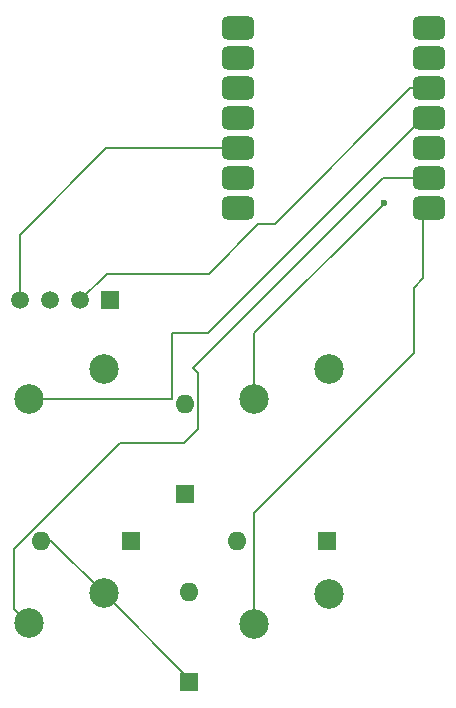
<source format=gbr>
%TF.GenerationSoftware,KiCad,Pcbnew,9.0.7*%
%TF.CreationDate,2026-02-13T21:46:16+05:30*%
%TF.ProjectId,laya's macropad,6c617961-2773-4206-9d61-63726f706164,rev?*%
%TF.SameCoordinates,Original*%
%TF.FileFunction,Copper,L1,Top*%
%TF.FilePolarity,Positive*%
%FSLAX46Y46*%
G04 Gerber Fmt 4.6, Leading zero omitted, Abs format (unit mm)*
G04 Created by KiCad (PCBNEW 9.0.7) date 2026-02-13 21:46:16*
%MOMM*%
%LPD*%
G01*
G04 APERTURE LIST*
G04 Aperture macros list*
%AMRoundRect*
0 Rectangle with rounded corners*
0 $1 Rounding radius*
0 $2 $3 $4 $5 $6 $7 $8 $9 X,Y pos of 4 corners*
0 Add a 4 corners polygon primitive as box body*
4,1,4,$2,$3,$4,$5,$6,$7,$8,$9,$2,$3,0*
0 Add four circle primitives for the rounded corners*
1,1,$1+$1,$2,$3*
1,1,$1+$1,$4,$5*
1,1,$1+$1,$6,$7*
1,1,$1+$1,$8,$9*
0 Add four rect primitives between the rounded corners*
20,1,$1+$1,$2,$3,$4,$5,0*
20,1,$1+$1,$4,$5,$6,$7,0*
20,1,$1+$1,$6,$7,$8,$9,0*
20,1,$1+$1,$8,$9,$2,$3,0*%
G04 Aperture macros list end*
%TA.AperFunction,ComponentPad*%
%ADD10C,2.500000*%
%TD*%
%TA.AperFunction,SMDPad,CuDef*%
%ADD11RoundRect,0.500000X-0.875000X-0.500000X0.875000X-0.500000X0.875000X0.500000X-0.875000X0.500000X0*%
%TD*%
%TA.AperFunction,ComponentPad*%
%ADD12R,1.600000X1.600000*%
%TD*%
%TA.AperFunction,ComponentPad*%
%ADD13C,1.600000*%
%TD*%
%TA.AperFunction,ComponentPad*%
%ADD14R,1.508000X1.508000*%
%TD*%
%TA.AperFunction,ComponentPad*%
%ADD15C,1.508000*%
%TD*%
%TA.AperFunction,ComponentPad*%
%ADD16O,1.600000X1.600000*%
%TD*%
%TA.AperFunction,ViaPad*%
%ADD17C,0.600000*%
%TD*%
%TA.AperFunction,Conductor*%
%ADD18C,0.200000*%
%TD*%
G04 APERTURE END LIST*
D10*
%TO.P,S4,1,1*%
%TO.N,Net-(U2-PB09_A7_D7_RX)*%
X144490000Y-105140000D03*
%TO.P,S4,2,2*%
%TO.N,Net-(D3-K)*%
X150840000Y-102600000D03*
%TD*%
D11*
%TO.P,U2,1,PA02_A0_D0*%
%TO.N,unconnected-(U2-PA02_A0_D0-Pad1)_1*%
X143147500Y-54740000D03*
D12*
%TO.N,unconnected-(U2-PA02_A0_D0-Pad1)*%
X143592500Y-54740000D03*
D11*
%TO.P,U2,2,PA4_A1_D1*%
%TO.N,unconnected-(U2-PA4_A1_D1-Pad2)_1*%
X143147500Y-57280000D03*
D13*
%TO.N,unconnected-(U2-PA4_A1_D1-Pad2)*%
X143592500Y-57280000D03*
D11*
%TO.P,U2,3,PA10_A2_D2*%
%TO.N,unconnected-(U2-PA10_A2_D2-Pad3)_1*%
X143147500Y-59820000D03*
D13*
%TO.N,unconnected-(U2-PA10_A2_D2-Pad3)*%
X143592500Y-59820000D03*
D11*
%TO.P,U2,4,PA11_A3_D3*%
%TO.N,unconnected-(U2-PA11_A3_D3-Pad4)*%
X143147500Y-62360000D03*
D13*
%TO.N,unconnected-(U2-PA11_A3_D3-Pad4)_1*%
X143592500Y-62360000D03*
D11*
%TO.P,U2,5,PA8_A4_D4_SDA*%
%TO.N,Net-(J1-SDA)*%
X143147500Y-64900000D03*
D13*
X143592500Y-64900000D03*
D11*
%TO.P,U2,6,PA9_A5_D5_SCL*%
%TO.N,Net-(J1-SCL)*%
X143147500Y-67440000D03*
D13*
X143592500Y-67440000D03*
D11*
%TO.P,U2,7,PB08_A6_D6_TX*%
%TO.N,Net-(D4-K)*%
X143147500Y-69980000D03*
D13*
X143592500Y-69980000D03*
%TO.P,U2,8,PB09_A7_D7_RX*%
%TO.N,Net-(U2-PB09_A7_D7_RX)*%
X158832500Y-69980000D03*
D11*
X159312500Y-69980000D03*
D13*
%TO.P,U2,9,PA7_A8_D8_SCK*%
%TO.N,Net-(U2-PA7_A8_D8_SCK)*%
X158832500Y-67440000D03*
D11*
X159312500Y-67440000D03*
D13*
%TO.P,U2,10,PA5_A9_D9_MISO*%
%TO.N,Net-(U2-PA5_A9_D9_MISO)*%
X158832500Y-64900000D03*
D11*
X159312500Y-64900000D03*
D13*
%TO.P,U2,11,PA6_A10_D10_MOSI*%
%TO.N,Net-(U2-PA6_A10_D10_MOSI)*%
X158832500Y-62360000D03*
D11*
X159312500Y-62360000D03*
D13*
%TO.P,U2,12,3V3*%
%TO.N,Net-(J1-VCC)*%
X158832500Y-59820000D03*
D11*
X159312500Y-59820000D03*
D13*
%TO.P,U2,13,GND*%
%TO.N,GND*%
X158832500Y-57280000D03*
D11*
X159312500Y-57280000D03*
D13*
%TO.P,U2,14,5V*%
%TO.N,unconnected-(U2-5V-Pad14)_1*%
X158832500Y-54740000D03*
D11*
%TO.N,unconnected-(U2-5V-Pad14)*%
X159312500Y-54740000D03*
%TD*%
D10*
%TO.P,S2,1,1*%
%TO.N,Net-(U2-PA5_A9_D9_MISO)*%
X144520000Y-86080000D03*
%TO.P,S2,2,2*%
%TO.N,Net-(D1-K)*%
X150870000Y-83540000D03*
%TD*%
%TO.P,S1,1,1*%
%TO.N,Net-(U2-PA6_A10_D10_MOSI)*%
X125450000Y-86100000D03*
%TO.P,S1,2,2*%
%TO.N,Net-(D1-A)*%
X131800000Y-83560000D03*
%TD*%
%TO.P,S3,1,1*%
%TO.N,Net-(U2-PA7_A8_D8_SCK)*%
X125440000Y-105110000D03*
%TO.P,S3,2,2*%
%TO.N,Net-(D2-K)*%
X131790000Y-102570000D03*
%TD*%
D14*
%TO.P,J1,1,GND*%
%TO.N,GND*%
X132290000Y-77770000D03*
D15*
%TO.P,J1,2,VCC*%
%TO.N,Net-(J1-VCC)*%
X129750000Y-77770000D03*
%TO.P,J1,3,SCL*%
%TO.N,Net-(J1-SCL)*%
X127210000Y-77770000D03*
%TO.P,J1,4,SDA*%
%TO.N,Net-(J1-SDA)*%
X124670000Y-77770000D03*
%TD*%
D12*
%TO.P,D2,1,K*%
%TO.N,Net-(D2-K)*%
X139030000Y-110050000D03*
D16*
%TO.P,D2,2,A*%
%TO.N,Net-(D1-K)*%
X139030000Y-102430000D03*
%TD*%
D12*
%TO.P,D4,1,K*%
%TO.N,Net-(D4-K)*%
X150660000Y-98110000D03*
D16*
%TO.P,D4,2,A*%
%TO.N,Net-(D3-K)*%
X143040000Y-98110000D03*
%TD*%
D12*
%TO.P,D1,1,K*%
%TO.N,Net-(D1-K)*%
X138690000Y-94180000D03*
D16*
%TO.P,D1,2,A*%
%TO.N,Net-(D1-A)*%
X138690000Y-86560000D03*
%TD*%
D12*
%TO.P,D3,1,K*%
%TO.N,Net-(D3-K)*%
X134090000Y-98110000D03*
D16*
%TO.P,D3,2,A*%
%TO.N,Net-(D2-K)*%
X126470000Y-98110000D03*
%TD*%
D17*
%TO.N,Net-(U2-PA5_A9_D9_MISO)*%
X155482500Y-69560000D03*
%TD*%
D18*
%TO.N,Net-(D2-K)*%
X127330000Y-98110000D02*
X126470000Y-98110000D01*
X131790000Y-102570000D02*
X127330000Y-98110000D01*
X139030000Y-109810000D02*
X131790000Y-102570000D01*
X139030000Y-110050000D02*
X139030000Y-109810000D01*
%TO.N,Net-(J1-VCC)*%
X146240130Y-71281000D02*
X144868942Y-71281000D01*
X132029058Y-75490942D02*
X140659000Y-75490942D01*
X157701130Y-59820000D02*
X158832500Y-59820000D01*
X144868942Y-71281000D02*
X140659000Y-75490942D01*
X146240130Y-71281000D02*
X157701130Y-59820000D01*
X129750000Y-77770000D02*
X132029058Y-75490942D01*
%TO.N,Net-(J1-SDA)*%
X143592500Y-64900000D02*
X132002500Y-64900000D01*
X124670000Y-72232500D02*
X124670000Y-77770000D01*
X132002500Y-64900000D02*
X124670000Y-72232500D01*
%TO.N,Net-(U2-PA6_A10_D10_MOSI)*%
X137592950Y-80562500D02*
X140630000Y-80562500D01*
X137592950Y-86100000D02*
X137592950Y-80562500D01*
X125450000Y-86100000D02*
X137592950Y-86100000D01*
X140630000Y-80562500D02*
X158832500Y-62360000D01*
%TO.N,Net-(U2-PA5_A9_D9_MISO)*%
X144520000Y-80542500D02*
X155482500Y-69580000D01*
X144520000Y-86080000D02*
X144520000Y-80542500D01*
X155482500Y-69580000D02*
X155482500Y-69560000D01*
%TO.N,Net-(U2-PA7_A8_D8_SCK)*%
X139353054Y-83516000D02*
X139791000Y-83953946D01*
X124190001Y-98832949D02*
X133156950Y-89866000D01*
X125440000Y-105110000D02*
X124190001Y-103860001D01*
X139353054Y-83516000D02*
X155429054Y-67440000D01*
X155429054Y-67440000D02*
X158832500Y-67440000D01*
X133156950Y-89866000D02*
X138540554Y-89866000D01*
X139791000Y-83953946D02*
X139791000Y-88615554D01*
X124190001Y-103860001D02*
X124190001Y-98832949D01*
X139791000Y-88615554D02*
X138540554Y-89866000D01*
%TO.N,Net-(U2-PB09_A7_D7_RX)*%
X144490000Y-105140000D02*
X144490000Y-95784816D01*
X144490000Y-95784816D02*
X158020000Y-82254816D01*
X158020000Y-76717316D02*
X158020000Y-82254816D01*
X158832500Y-75904816D02*
X158832500Y-69980000D01*
X158832500Y-75904816D02*
X158020000Y-76717316D01*
%TD*%
M02*

</source>
